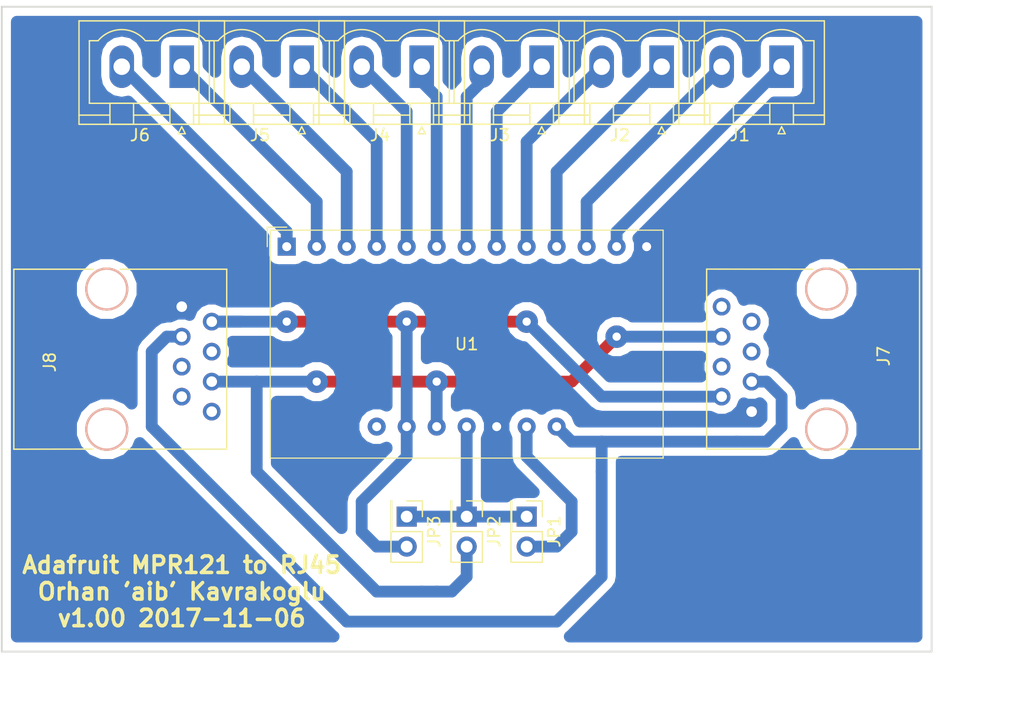
<source format=kicad_pcb>
(kicad_pcb (version 4) (host pcbnew 4.0.7-e2-6376~58~ubuntu17.04.1)

  (general
    (links 27)
    (no_connects 0)
    (area 54.534999 75.105 145.01 137.320001)
    (thickness 1.6)
    (drawings 7)
    (tracks 86)
    (zones 0)
    (modules 12)
    (nets 28)
  )

  (page A4)
  (layers
    (0 F.Cu signal)
    (31 B.Cu signal)
    (32 B.Adhes user)
    (33 F.Adhes user)
    (34 B.Paste user)
    (35 F.Paste user)
    (36 B.SilkS user)
    (37 F.SilkS user)
    (38 B.Mask user)
    (39 F.Mask user)
    (40 Dwgs.User user)
    (41 Cmts.User user)
    (42 Eco1.User user)
    (43 Eco2.User user)
    (44 Edge.Cuts user)
    (45 Margin user)
    (46 B.CrtYd user)
    (47 F.CrtYd user)
    (48 B.Fab user)
    (49 F.Fab user)
  )

  (setup
    (last_trace_width 1)
    (trace_clearance 0.6)
    (zone_clearance 0.7)
    (zone_45_only no)
    (trace_min 0.2)
    (segment_width 0.2)
    (edge_width 0.15)
    (via_size 1.9)
    (via_drill 0.7)
    (via_min_size 0.4)
    (via_min_drill 0.3)
    (uvia_size 0.3)
    (uvia_drill 0.1)
    (uvias_allowed no)
    (uvia_min_size 0.2)
    (uvia_min_drill 0.1)
    (pcb_text_width 0.3)
    (pcb_text_size 1.5 1.5)
    (mod_edge_width 0.15)
    (mod_text_size 1 1)
    (mod_text_width 0.15)
    (pad_size 1.524 1.524)
    (pad_drill 0.762)
    (pad_to_mask_clearance 0.2)
    (aux_axis_origin 0 0)
    (visible_elements FFFFFF7F)
    (pcbplotparams
      (layerselection 0x00030_80000001)
      (usegerberextensions false)
      (excludeedgelayer true)
      (linewidth 0.100000)
      (plotframeref false)
      (viasonmask false)
      (mode 1)
      (useauxorigin false)
      (hpglpennumber 1)
      (hpglpenspeed 20)
      (hpglpendiameter 15)
      (hpglpenoverlay 2)
      (psnegative false)
      (psa4output false)
      (plotreference true)
      (plotvalue true)
      (plotinvisibletext false)
      (padsonsilk false)
      (subtractmaskfromsilk false)
      (outputformat 1)
      (mirror false)
      (drillshape 1)
      (scaleselection 1)
      (outputdirectory ""))
  )

  (net 0 "")
  (net 1 "Net-(J1-Pad1)")
  (net 2 "Net-(J1-Pad2)")
  (net 3 "Net-(J2-Pad1)")
  (net 4 "Net-(J2-Pad2)")
  (net 5 "Net-(J3-Pad1)")
  (net 6 "Net-(J3-Pad2)")
  (net 7 "Net-(J4-Pad1)")
  (net 8 "Net-(J4-Pad2)")
  (net 9 "Net-(J5-Pad1)")
  (net 10 "Net-(J5-Pad2)")
  (net 11 "Net-(J6-Pad1)")
  (net 12 "Net-(J6-Pad2)")
  (net 13 GND)
  (net 14 /SCL)
  (net 15 +5V)
  (net 16 "Net-(J7-Pad4)")
  (net 17 "Net-(J7-Pad5)")
  (net 18 /SDA)
  (net 19 "Net-(J7-Pad7)")
  (net 20 "Net-(J7-Pad8)")
  (net 21 "Net-(J8-Pad4)")
  (net 22 "Net-(J8-Pad5)")
  (net 23 "Net-(J8-Pad7)")
  (net 24 "Net-(J8-Pad8)")
  (net 25 "Net-(JP1-Pad1)")
  (net 26 "Net-(JP1-Pad2)")
  (net 27 "Net-(U1-Pad1)")

  (net_class Default "This is the default net class."
    (clearance 0.6)
    (trace_width 1)
    (via_dia 1.9)
    (via_drill 0.7)
    (uvia_dia 0.3)
    (uvia_drill 0.1)
    (add_net +5V)
    (add_net /SCL)
    (add_net /SDA)
    (add_net GND)
    (add_net "Net-(J1-Pad1)")
    (add_net "Net-(J1-Pad2)")
    (add_net "Net-(J2-Pad1)")
    (add_net "Net-(J2-Pad2)")
    (add_net "Net-(J3-Pad1)")
    (add_net "Net-(J3-Pad2)")
    (add_net "Net-(J4-Pad1)")
    (add_net "Net-(J4-Pad2)")
    (add_net "Net-(J5-Pad1)")
    (add_net "Net-(J5-Pad2)")
    (add_net "Net-(J6-Pad1)")
    (add_net "Net-(J6-Pad2)")
    (add_net "Net-(J7-Pad4)")
    (add_net "Net-(J7-Pad5)")
    (add_net "Net-(J7-Pad7)")
    (add_net "Net-(J7-Pad8)")
    (add_net "Net-(J8-Pad4)")
    (add_net "Net-(J8-Pad5)")
    (add_net "Net-(J8-Pad7)")
    (add_net "Net-(J8-Pad8)")
    (add_net "Net-(JP1-Pad1)")
    (add_net "Net-(JP1-Pad2)")
    (add_net "Net-(U1-Pad1)")
  )

  (module Adafruit_MPR121:Adafruit_MPR121 (layer F.Cu) (tedit 59F99666) (tstamp 5A0068E7)
    (at 86.36 111.76)
    (path /59F97370)
    (fp_text reference U1 (at 7.62 -6.985) (layer F.SilkS)
      (effects (font (size 1 1) (thickness 0.15)))
    )
    (fp_text value Adafruit_MPR121 (at 7.62 3.564) (layer F.Fab)
      (effects (font (size 1 1) (thickness 0.15)))
    )
    (fp_line (start -7.62 -16.891) (end -9.271 -16.891) (layer F.SilkS) (width 0.1))
    (fp_line (start -9.271 -16.891) (end -9.271 -15.24) (layer F.SilkS) (width 0.1))
    (fp_line (start -9.017 -16.637) (end 24.257 -16.637) (layer F.SilkS) (width 0.1))
    (fp_line (start 24.257 -16.637) (end 24.257 2.667) (layer F.SilkS) (width 0.1))
    (fp_line (start 24.257 2.667) (end -9.017 2.667) (layer F.SilkS) (width 0.1))
    (fp_line (start -9.017 2.667) (end -9.017 -16.637) (layer F.SilkS) (width 0.1))
    (fp_line (start -9.144 2.794) (end -9.144 -16.764) (layer F.CrtYd) (width 0.1))
    (fp_line (start -9.144 -16.764) (end 24.384 -16.764) (layer F.CrtYd) (width 0.1))
    (fp_line (start 24.384 -16.764) (end 24.384 2.794) (layer F.CrtYd) (width 0.1))
    (fp_line (start 24.384 2.794) (end -9.144 2.794) (layer F.CrtYd) (width 0.1))
    (fp_line (start -8.89 2.54) (end -8.89 -16.51) (layer F.Fab) (width 0.15))
    (fp_line (start -8.89 -16.51) (end 24.13 -16.51) (layer F.Fab) (width 0.15))
    (fp_line (start 24.13 -16.51) (end 24.13 2.54) (layer F.Fab) (width 0.15))
    (fp_line (start 24.13 2.54) (end -8.89 2.54) (layer F.Fab) (width 0.15))
    (pad 1 thru_hole circle (at 0 0) (size 1.524 1.524) (drill 0.762) (layers *.Cu *.Mask)
      (net 27 "Net-(U1-Pad1)"))
    (pad 2 thru_hole circle (at 2.54 0) (size 1.524 1.524) (drill 0.762) (layers *.Cu *.Mask)
      (net 14 /SCL))
    (pad 3 thru_hole circle (at 5.08 0) (size 1.524 1.524) (drill 0.762) (layers *.Cu *.Mask)
      (net 18 /SDA))
    (pad 4 thru_hole circle (at 7.62 0) (size 1.524 1.524) (drill 0.762) (layers *.Cu *.Mask)
      (net 25 "Net-(JP1-Pad1)"))
    (pad 5 thru_hole circle (at 10.16 0) (size 1.524 1.524) (drill 0.762) (layers *.Cu *.Mask)
      (net 13 GND))
    (pad 6 thru_hole circle (at 12.7 0) (size 1.524 1.524) (drill 0.762) (layers *.Cu *.Mask)
      (net 26 "Net-(JP1-Pad2)"))
    (pad 7 thru_hole circle (at 15.24 0) (size 1.524 1.524) (drill 0.762) (layers *.Cu *.Mask)
      (net 15 +5V))
    (pad 8 thru_hole circle (at 22.86 -15.24) (size 1.524 1.524) (drill 0.762) (layers *.Cu *.Mask)
      (net 13 GND))
    (pad 9 thru_hole circle (at 20.32 -15.24) (size 1.524 1.524) (drill 0.762) (layers *.Cu *.Mask)
      (net 1 "Net-(J1-Pad1)"))
    (pad 10 thru_hole circle (at 17.78 -15.24) (size 1.524 1.524) (drill 0.762) (layers *.Cu *.Mask)
      (net 2 "Net-(J1-Pad2)"))
    (pad 11 thru_hole circle (at 15.24 -15.24) (size 1.524 1.524) (drill 0.762) (layers *.Cu *.Mask)
      (net 3 "Net-(J2-Pad1)"))
    (pad 12 thru_hole circle (at 12.7 -15.24) (size 1.524 1.524) (drill 0.762) (layers *.Cu *.Mask)
      (net 4 "Net-(J2-Pad2)"))
    (pad 13 thru_hole circle (at 10.16 -15.24) (size 1.524 1.524) (drill 0.762) (layers *.Cu *.Mask)
      (net 5 "Net-(J3-Pad1)"))
    (pad 14 thru_hole circle (at 7.62 -15.24) (size 1.524 1.524) (drill 0.762) (layers *.Cu *.Mask)
      (net 6 "Net-(J3-Pad2)"))
    (pad 15 thru_hole circle (at 5.08 -15.24) (size 1.524 1.524) (drill 0.762) (layers *.Cu *.Mask)
      (net 7 "Net-(J4-Pad1)"))
    (pad 16 thru_hole circle (at 2.54 -15.24) (size 1.524 1.524) (drill 0.762) (layers *.Cu *.Mask)
      (net 8 "Net-(J4-Pad2)"))
    (pad 17 thru_hole circle (at 0 -15.24) (size 1.524 1.524) (drill 0.762) (layers *.Cu *.Mask)
      (net 9 "Net-(J5-Pad1)"))
    (pad 18 thru_hole circle (at -2.54 -15.24) (size 1.524 1.524) (drill 0.762) (layers *.Cu *.Mask)
      (net 10 "Net-(J5-Pad2)"))
    (pad 19 thru_hole circle (at -5.08 -15.24) (size 1.524 1.524) (drill 0.762) (layers *.Cu *.Mask)
      (net 11 "Net-(J6-Pad1)"))
    (pad 20 thru_hole rect (at -7.62 -15.24) (size 1.524 1.524) (drill 0.762) (layers *.Cu *.Mask)
      (net 12 "Net-(J6-Pad2)"))
  )

  (module Connectors_Phoenix:PhoenixContact_MSTBVA-G_02x5.08mm_Vertical (layer F.Cu) (tedit 59566E5C) (tstamp 5A006875)
    (at 120.65 81.28 180)
    (descr "Generic Phoenix Contact connector footprint for series: MSTBVA-G; number of pins: 02; pin pitch: 5.08mm; Vertical || order number: 1755736 12A || order number: 1924305 16A (HC)")
    (tags "phoenix_contact connector MSTBVA_01x02_G_5.08mm")
    (path /59F9757D)
    (fp_text reference J1 (at 3.54 -5.8 180) (layer F.SilkS)
      (effects (font (size 1 1) (thickness 0.15)))
    )
    (fp_text value Conn_01x02 (at 2.54 4.8 180) (layer F.Fab)
      (effects (font (size 1 1) (thickness 0.15)))
    )
    (fp_arc (start 0 0.55) (end -2 2.2) (angle -100.5) (layer F.SilkS) (width 0.12))
    (fp_arc (start 5.08 0.55) (end 3.08 2.2) (angle -100.5) (layer F.SilkS) (width 0.12))
    (fp_line (start -3.62 -4.88) (end -3.62 3.88) (layer F.SilkS) (width 0.12))
    (fp_line (start -3.62 3.88) (end 8.7 3.88) (layer F.SilkS) (width 0.12))
    (fp_line (start 8.7 3.88) (end 8.7 -4.88) (layer F.SilkS) (width 0.12))
    (fp_line (start 8.7 -4.88) (end -3.62 -4.88) (layer F.SilkS) (width 0.12))
    (fp_line (start -3.54 -4.8) (end -3.54 3.8) (layer F.Fab) (width 0.1))
    (fp_line (start -3.54 3.8) (end 8.62 3.8) (layer F.Fab) (width 0.1))
    (fp_line (start 8.62 3.8) (end 8.62 -4.8) (layer F.Fab) (width 0.1))
    (fp_line (start 8.62 -4.8) (end -3.54 -4.8) (layer F.Fab) (width 0.1))
    (fp_line (start -3.62 -4.1) (end -1.08 -4.1) (layer F.SilkS) (width 0.12))
    (fp_line (start 8.7 -4.1) (end 6.16 -4.1) (layer F.SilkS) (width 0.12))
    (fp_line (start 1 -4.1) (end 4.08 -4.1) (layer F.SilkS) (width 0.12))
    (fp_line (start -1 -3.1) (end -1 -4.88) (layer F.SilkS) (width 0.12))
    (fp_line (start -1 -4.88) (end 1 -4.88) (layer F.SilkS) (width 0.12))
    (fp_line (start 1 -4.88) (end 1 -3.1) (layer F.SilkS) (width 0.12))
    (fp_line (start 1 -3.1) (end -1 -3.1) (layer F.SilkS) (width 0.12))
    (fp_line (start 4.08 -3.1) (end 4.08 -4.88) (layer F.SilkS) (width 0.12))
    (fp_line (start 4.08 -4.88) (end 6.08 -4.88) (layer F.SilkS) (width 0.12))
    (fp_line (start 6.08 -4.88) (end 6.08 -3.1) (layer F.SilkS) (width 0.12))
    (fp_line (start 6.08 -3.1) (end 4.08 -3.1) (layer F.SilkS) (width 0.12))
    (fp_line (start 2 2.2) (end 3.08 2.2) (layer F.SilkS) (width 0.12))
    (fp_line (start -2 2.2) (end -2.74 2.2) (layer F.SilkS) (width 0.12))
    (fp_line (start -2.74 2.2) (end -2.74 -3.1) (layer F.SilkS) (width 0.12))
    (fp_line (start -2.74 -3.1) (end 7.82 -3.1) (layer F.SilkS) (width 0.12))
    (fp_line (start 7.82 -3.1) (end 7.82 2.2) (layer F.SilkS) (width 0.12))
    (fp_line (start 7.82 2.2) (end 7.08 2.2) (layer F.SilkS) (width 0.12))
    (fp_line (start -4.04 -5.3) (end -4.04 4.3) (layer F.CrtYd) (width 0.05))
    (fp_line (start -4.04 4.3) (end 9.12 4.3) (layer F.CrtYd) (width 0.05))
    (fp_line (start 9.12 4.3) (end 9.12 -5.3) (layer F.CrtYd) (width 0.05))
    (fp_line (start 9.12 -5.3) (end -4.04 -5.3) (layer F.CrtYd) (width 0.05))
    (fp_line (start 0.3 -5.68) (end 0 -5.08) (layer F.SilkS) (width 0.12))
    (fp_line (start 0 -5.08) (end -0.3 -5.68) (layer F.SilkS) (width 0.12))
    (fp_line (start -0.3 -5.68) (end 0.3 -5.68) (layer F.SilkS) (width 0.12))
    (fp_line (start 0.5 -3.55) (end 0 -2.55) (layer F.Fab) (width 0.1))
    (fp_line (start 0 -2.55) (end -0.5 -3.55) (layer F.Fab) (width 0.1))
    (fp_line (start -0.5 -3.55) (end 0.5 -3.55) (layer F.Fab) (width 0.1))
    (fp_text user %R (at 3.54 -3 180) (layer F.Fab)
      (effects (font (size 1 1) (thickness 0.15)))
    )
    (pad 1 thru_hole rect (at 0 0 180) (size 2.08 3.6) (drill 1.4) (layers *.Cu *.Mask)
      (net 1 "Net-(J1-Pad1)"))
    (pad 2 thru_hole oval (at 5.08 0 180) (size 2.08 3.6) (drill 1.4) (layers *.Cu *.Mask)
      (net 2 "Net-(J1-Pad2)"))
    (model ${KISYS3DMOD}/Connectors_Phoenix.3dshapes/PhoenixContact_MSTBVA-G_02x5.08mm_Vertical.wrl
      (at (xyz 0 0 0))
      (scale (xyz 1 1 1))
      (rotate (xyz 0 0 0))
    )
  )

  (module Connectors_Phoenix:PhoenixContact_MSTBVA-G_02x5.08mm_Vertical (layer F.Cu) (tedit 59566E5C) (tstamp 5A00687B)
    (at 110.49 81.28 180)
    (descr "Generic Phoenix Contact connector footprint for series: MSTBVA-G; number of pins: 02; pin pitch: 5.08mm; Vertical || order number: 1755736 12A || order number: 1924305 16A (HC)")
    (tags "phoenix_contact connector MSTBVA_01x02_G_5.08mm")
    (path /59F979A7)
    (fp_text reference J2 (at 3.54 -5.8 180) (layer F.SilkS)
      (effects (font (size 1 1) (thickness 0.15)))
    )
    (fp_text value Conn_01x02 (at 2.54 4.8 180) (layer F.Fab)
      (effects (font (size 1 1) (thickness 0.15)))
    )
    (fp_arc (start 0 0.55) (end -2 2.2) (angle -100.5) (layer F.SilkS) (width 0.12))
    (fp_arc (start 5.08 0.55) (end 3.08 2.2) (angle -100.5) (layer F.SilkS) (width 0.12))
    (fp_line (start -3.62 -4.88) (end -3.62 3.88) (layer F.SilkS) (width 0.12))
    (fp_line (start -3.62 3.88) (end 8.7 3.88) (layer F.SilkS) (width 0.12))
    (fp_line (start 8.7 3.88) (end 8.7 -4.88) (layer F.SilkS) (width 0.12))
    (fp_line (start 8.7 -4.88) (end -3.62 -4.88) (layer F.SilkS) (width 0.12))
    (fp_line (start -3.54 -4.8) (end -3.54 3.8) (layer F.Fab) (width 0.1))
    (fp_line (start -3.54 3.8) (end 8.62 3.8) (layer F.Fab) (width 0.1))
    (fp_line (start 8.62 3.8) (end 8.62 -4.8) (layer F.Fab) (width 0.1))
    (fp_line (start 8.62 -4.8) (end -3.54 -4.8) (layer F.Fab) (width 0.1))
    (fp_line (start -3.62 -4.1) (end -1.08 -4.1) (layer F.SilkS) (width 0.12))
    (fp_line (start 8.7 -4.1) (end 6.16 -4.1) (layer F.SilkS) (width 0.12))
    (fp_line (start 1 -4.1) (end 4.08 -4.1) (layer F.SilkS) (width 0.12))
    (fp_line (start -1 -3.1) (end -1 -4.88) (layer F.SilkS) (width 0.12))
    (fp_line (start -1 -4.88) (end 1 -4.88) (layer F.SilkS) (width 0.12))
    (fp_line (start 1 -4.88) (end 1 -3.1) (layer F.SilkS) (width 0.12))
    (fp_line (start 1 -3.1) (end -1 -3.1) (layer F.SilkS) (width 0.12))
    (fp_line (start 4.08 -3.1) (end 4.08 -4.88) (layer F.SilkS) (width 0.12))
    (fp_line (start 4.08 -4.88) (end 6.08 -4.88) (layer F.SilkS) (width 0.12))
    (fp_line (start 6.08 -4.88) (end 6.08 -3.1) (layer F.SilkS) (width 0.12))
    (fp_line (start 6.08 -3.1) (end 4.08 -3.1) (layer F.SilkS) (width 0.12))
    (fp_line (start 2 2.2) (end 3.08 2.2) (layer F.SilkS) (width 0.12))
    (fp_line (start -2 2.2) (end -2.74 2.2) (layer F.SilkS) (width 0.12))
    (fp_line (start -2.74 2.2) (end -2.74 -3.1) (layer F.SilkS) (width 0.12))
    (fp_line (start -2.74 -3.1) (end 7.82 -3.1) (layer F.SilkS) (width 0.12))
    (fp_line (start 7.82 -3.1) (end 7.82 2.2) (layer F.SilkS) (width 0.12))
    (fp_line (start 7.82 2.2) (end 7.08 2.2) (layer F.SilkS) (width 0.12))
    (fp_line (start -4.04 -5.3) (end -4.04 4.3) (layer F.CrtYd) (width 0.05))
    (fp_line (start -4.04 4.3) (end 9.12 4.3) (layer F.CrtYd) (width 0.05))
    (fp_line (start 9.12 4.3) (end 9.12 -5.3) (layer F.CrtYd) (width 0.05))
    (fp_line (start 9.12 -5.3) (end -4.04 -5.3) (layer F.CrtYd) (width 0.05))
    (fp_line (start 0.3 -5.68) (end 0 -5.08) (layer F.SilkS) (width 0.12))
    (fp_line (start 0 -5.08) (end -0.3 -5.68) (layer F.SilkS) (width 0.12))
    (fp_line (start -0.3 -5.68) (end 0.3 -5.68) (layer F.SilkS) (width 0.12))
    (fp_line (start 0.5 -3.55) (end 0 -2.55) (layer F.Fab) (width 0.1))
    (fp_line (start 0 -2.55) (end -0.5 -3.55) (layer F.Fab) (width 0.1))
    (fp_line (start -0.5 -3.55) (end 0.5 -3.55) (layer F.Fab) (width 0.1))
    (fp_text user %R (at 3.54 -3 180) (layer F.Fab)
      (effects (font (size 1 1) (thickness 0.15)))
    )
    (pad 1 thru_hole rect (at 0 0 180) (size 2.08 3.6) (drill 1.4) (layers *.Cu *.Mask)
      (net 3 "Net-(J2-Pad1)"))
    (pad 2 thru_hole oval (at 5.08 0 180) (size 2.08 3.6) (drill 1.4) (layers *.Cu *.Mask)
      (net 4 "Net-(J2-Pad2)"))
    (model ${KISYS3DMOD}/Connectors_Phoenix.3dshapes/PhoenixContact_MSTBVA-G_02x5.08mm_Vertical.wrl
      (at (xyz 0 0 0))
      (scale (xyz 1 1 1))
      (rotate (xyz 0 0 0))
    )
  )

  (module Connectors_Phoenix:PhoenixContact_MSTBVA-G_02x5.08mm_Vertical (layer F.Cu) (tedit 59566E5C) (tstamp 5A006881)
    (at 100.33 81.28 180)
    (descr "Generic Phoenix Contact connector footprint for series: MSTBVA-G; number of pins: 02; pin pitch: 5.08mm; Vertical || order number: 1755736 12A || order number: 1924305 16A (HC)")
    (tags "phoenix_contact connector MSTBVA_01x02_G_5.08mm")
    (path /59F979F9)
    (fp_text reference J3 (at 3.54 -5.8 180) (layer F.SilkS)
      (effects (font (size 1 1) (thickness 0.15)))
    )
    (fp_text value Conn_01x02 (at 2.54 4.8 180) (layer F.Fab)
      (effects (font (size 1 1) (thickness 0.15)))
    )
    (fp_arc (start 0 0.55) (end -2 2.2) (angle -100.5) (layer F.SilkS) (width 0.12))
    (fp_arc (start 5.08 0.55) (end 3.08 2.2) (angle -100.5) (layer F.SilkS) (width 0.12))
    (fp_line (start -3.62 -4.88) (end -3.62 3.88) (layer F.SilkS) (width 0.12))
    (fp_line (start -3.62 3.88) (end 8.7 3.88) (layer F.SilkS) (width 0.12))
    (fp_line (start 8.7 3.88) (end 8.7 -4.88) (layer F.SilkS) (width 0.12))
    (fp_line (start 8.7 -4.88) (end -3.62 -4.88) (layer F.SilkS) (width 0.12))
    (fp_line (start -3.54 -4.8) (end -3.54 3.8) (layer F.Fab) (width 0.1))
    (fp_line (start -3.54 3.8) (end 8.62 3.8) (layer F.Fab) (width 0.1))
    (fp_line (start 8.62 3.8) (end 8.62 -4.8) (layer F.Fab) (width 0.1))
    (fp_line (start 8.62 -4.8) (end -3.54 -4.8) (layer F.Fab) (width 0.1))
    (fp_line (start -3.62 -4.1) (end -1.08 -4.1) (layer F.SilkS) (width 0.12))
    (fp_line (start 8.7 -4.1) (end 6.16 -4.1) (layer F.SilkS) (width 0.12))
    (fp_line (start 1 -4.1) (end 4.08 -4.1) (layer F.SilkS) (width 0.12))
    (fp_line (start -1 -3.1) (end -1 -4.88) (layer F.SilkS) (width 0.12))
    (fp_line (start -1 -4.88) (end 1 -4.88) (layer F.SilkS) (width 0.12))
    (fp_line (start 1 -4.88) (end 1 -3.1) (layer F.SilkS) (width 0.12))
    (fp_line (start 1 -3.1) (end -1 -3.1) (layer F.SilkS) (width 0.12))
    (fp_line (start 4.08 -3.1) (end 4.08 -4.88) (layer F.SilkS) (width 0.12))
    (fp_line (start 4.08 -4.88) (end 6.08 -4.88) (layer F.SilkS) (width 0.12))
    (fp_line (start 6.08 -4.88) (end 6.08 -3.1) (layer F.SilkS) (width 0.12))
    (fp_line (start 6.08 -3.1) (end 4.08 -3.1) (layer F.SilkS) (width 0.12))
    (fp_line (start 2 2.2) (end 3.08 2.2) (layer F.SilkS) (width 0.12))
    (fp_line (start -2 2.2) (end -2.74 2.2) (layer F.SilkS) (width 0.12))
    (fp_line (start -2.74 2.2) (end -2.74 -3.1) (layer F.SilkS) (width 0.12))
    (fp_line (start -2.74 -3.1) (end 7.82 -3.1) (layer F.SilkS) (width 0.12))
    (fp_line (start 7.82 -3.1) (end 7.82 2.2) (layer F.SilkS) (width 0.12))
    (fp_line (start 7.82 2.2) (end 7.08 2.2) (layer F.SilkS) (width 0.12))
    (fp_line (start -4.04 -5.3) (end -4.04 4.3) (layer F.CrtYd) (width 0.05))
    (fp_line (start -4.04 4.3) (end 9.12 4.3) (layer F.CrtYd) (width 0.05))
    (fp_line (start 9.12 4.3) (end 9.12 -5.3) (layer F.CrtYd) (width 0.05))
    (fp_line (start 9.12 -5.3) (end -4.04 -5.3) (layer F.CrtYd) (width 0.05))
    (fp_line (start 0.3 -5.68) (end 0 -5.08) (layer F.SilkS) (width 0.12))
    (fp_line (start 0 -5.08) (end -0.3 -5.68) (layer F.SilkS) (width 0.12))
    (fp_line (start -0.3 -5.68) (end 0.3 -5.68) (layer F.SilkS) (width 0.12))
    (fp_line (start 0.5 -3.55) (end 0 -2.55) (layer F.Fab) (width 0.1))
    (fp_line (start 0 -2.55) (end -0.5 -3.55) (layer F.Fab) (width 0.1))
    (fp_line (start -0.5 -3.55) (end 0.5 -3.55) (layer F.Fab) (width 0.1))
    (fp_text user %R (at 3.54 -3 180) (layer F.Fab)
      (effects (font (size 1 1) (thickness 0.15)))
    )
    (pad 1 thru_hole rect (at 0 0 180) (size 2.08 3.6) (drill 1.4) (layers *.Cu *.Mask)
      (net 5 "Net-(J3-Pad1)"))
    (pad 2 thru_hole oval (at 5.08 0 180) (size 2.08 3.6) (drill 1.4) (layers *.Cu *.Mask)
      (net 6 "Net-(J3-Pad2)"))
    (model ${KISYS3DMOD}/Connectors_Phoenix.3dshapes/PhoenixContact_MSTBVA-G_02x5.08mm_Vertical.wrl
      (at (xyz 0 0 0))
      (scale (xyz 1 1 1))
      (rotate (xyz 0 0 0))
    )
  )

  (module Connectors_Phoenix:PhoenixContact_MSTBVA-G_02x5.08mm_Vertical (layer F.Cu) (tedit 59566E5C) (tstamp 5A006887)
    (at 90.17 81.28 180)
    (descr "Generic Phoenix Contact connector footprint for series: MSTBVA-G; number of pins: 02; pin pitch: 5.08mm; Vertical || order number: 1755736 12A || order number: 1924305 16A (HC)")
    (tags "phoenix_contact connector MSTBVA_01x02_G_5.08mm")
    (path /59F97A3A)
    (fp_text reference J4 (at 3.54 -5.8 180) (layer F.SilkS)
      (effects (font (size 1 1) (thickness 0.15)))
    )
    (fp_text value Conn_01x02 (at 2.54 4.8 180) (layer F.Fab)
      (effects (font (size 1 1) (thickness 0.15)))
    )
    (fp_arc (start 0 0.55) (end -2 2.2) (angle -100.5) (layer F.SilkS) (width 0.12))
    (fp_arc (start 5.08 0.55) (end 3.08 2.2) (angle -100.5) (layer F.SilkS) (width 0.12))
    (fp_line (start -3.62 -4.88) (end -3.62 3.88) (layer F.SilkS) (width 0.12))
    (fp_line (start -3.62 3.88) (end 8.7 3.88) (layer F.SilkS) (width 0.12))
    (fp_line (start 8.7 3.88) (end 8.7 -4.88) (layer F.SilkS) (width 0.12))
    (fp_line (start 8.7 -4.88) (end -3.62 -4.88) (layer F.SilkS) (width 0.12))
    (fp_line (start -3.54 -4.8) (end -3.54 3.8) (layer F.Fab) (width 0.1))
    (fp_line (start -3.54 3.8) (end 8.62 3.8) (layer F.Fab) (width 0.1))
    (fp_line (start 8.62 3.8) (end 8.62 -4.8) (layer F.Fab) (width 0.1))
    (fp_line (start 8.62 -4.8) (end -3.54 -4.8) (layer F.Fab) (width 0.1))
    (fp_line (start -3.62 -4.1) (end -1.08 -4.1) (layer F.SilkS) (width 0.12))
    (fp_line (start 8.7 -4.1) (end 6.16 -4.1) (layer F.SilkS) (width 0.12))
    (fp_line (start 1 -4.1) (end 4.08 -4.1) (layer F.SilkS) (width 0.12))
    (fp_line (start -1 -3.1) (end -1 -4.88) (layer F.SilkS) (width 0.12))
    (fp_line (start -1 -4.88) (end 1 -4.88) (layer F.SilkS) (width 0.12))
    (fp_line (start 1 -4.88) (end 1 -3.1) (layer F.SilkS) (width 0.12))
    (fp_line (start 1 -3.1) (end -1 -3.1) (layer F.SilkS) (width 0.12))
    (fp_line (start 4.08 -3.1) (end 4.08 -4.88) (layer F.SilkS) (width 0.12))
    (fp_line (start 4.08 -4.88) (end 6.08 -4.88) (layer F.SilkS) (width 0.12))
    (fp_line (start 6.08 -4.88) (end 6.08 -3.1) (layer F.SilkS) (width 0.12))
    (fp_line (start 6.08 -3.1) (end 4.08 -3.1) (layer F.SilkS) (width 0.12))
    (fp_line (start 2 2.2) (end 3.08 2.2) (layer F.SilkS) (width 0.12))
    (fp_line (start -2 2.2) (end -2.74 2.2) (layer F.SilkS) (width 0.12))
    (fp_line (start -2.74 2.2) (end -2.74 -3.1) (layer F.SilkS) (width 0.12))
    (fp_line (start -2.74 -3.1) (end 7.82 -3.1) (layer F.SilkS) (width 0.12))
    (fp_line (start 7.82 -3.1) (end 7.82 2.2) (layer F.SilkS) (width 0.12))
    (fp_line (start 7.82 2.2) (end 7.08 2.2) (layer F.SilkS) (width 0.12))
    (fp_line (start -4.04 -5.3) (end -4.04 4.3) (layer F.CrtYd) (width 0.05))
    (fp_line (start -4.04 4.3) (end 9.12 4.3) (layer F.CrtYd) (width 0.05))
    (fp_line (start 9.12 4.3) (end 9.12 -5.3) (layer F.CrtYd) (width 0.05))
    (fp_line (start 9.12 -5.3) (end -4.04 -5.3) (layer F.CrtYd) (width 0.05))
    (fp_line (start 0.3 -5.68) (end 0 -5.08) (layer F.SilkS) (width 0.12))
    (fp_line (start 0 -5.08) (end -0.3 -5.68) (layer F.SilkS) (width 0.12))
    (fp_line (start -0.3 -5.68) (end 0.3 -5.68) (layer F.SilkS) (width 0.12))
    (fp_line (start 0.5 -3.55) (end 0 -2.55) (layer F.Fab) (width 0.1))
    (fp_line (start 0 -2.55) (end -0.5 -3.55) (layer F.Fab) (width 0.1))
    (fp_line (start -0.5 -3.55) (end 0.5 -3.55) (layer F.Fab) (width 0.1))
    (fp_text user %R (at 3.54 -3 180) (layer F.Fab)
      (effects (font (size 1 1) (thickness 0.15)))
    )
    (pad 1 thru_hole rect (at 0 0 180) (size 2.08 3.6) (drill 1.4) (layers *.Cu *.Mask)
      (net 7 "Net-(J4-Pad1)"))
    (pad 2 thru_hole oval (at 5.08 0 180) (size 2.08 3.6) (drill 1.4) (layers *.Cu *.Mask)
      (net 8 "Net-(J4-Pad2)"))
    (model ${KISYS3DMOD}/Connectors_Phoenix.3dshapes/PhoenixContact_MSTBVA-G_02x5.08mm_Vertical.wrl
      (at (xyz 0 0 0))
      (scale (xyz 1 1 1))
      (rotate (xyz 0 0 0))
    )
  )

  (module Connectors_Phoenix:PhoenixContact_MSTBVA-G_02x5.08mm_Vertical (layer F.Cu) (tedit 59566E5C) (tstamp 5A00688D)
    (at 80.01 81.28 180)
    (descr "Generic Phoenix Contact connector footprint for series: MSTBVA-G; number of pins: 02; pin pitch: 5.08mm; Vertical || order number: 1755736 12A || order number: 1924305 16A (HC)")
    (tags "phoenix_contact connector MSTBVA_01x02_G_5.08mm")
    (path /59F97A87)
    (fp_text reference J5 (at 3.54 -5.8 180) (layer F.SilkS)
      (effects (font (size 1 1) (thickness 0.15)))
    )
    (fp_text value Conn_01x02 (at 2.54 4.8 180) (layer F.Fab)
      (effects (font (size 1 1) (thickness 0.15)))
    )
    (fp_arc (start 0 0.55) (end -2 2.2) (angle -100.5) (layer F.SilkS) (width 0.12))
    (fp_arc (start 5.08 0.55) (end 3.08 2.2) (angle -100.5) (layer F.SilkS) (width 0.12))
    (fp_line (start -3.62 -4.88) (end -3.62 3.88) (layer F.SilkS) (width 0.12))
    (fp_line (start -3.62 3.88) (end 8.7 3.88) (layer F.SilkS) (width 0.12))
    (fp_line (start 8.7 3.88) (end 8.7 -4.88) (layer F.SilkS) (width 0.12))
    (fp_line (start 8.7 -4.88) (end -3.62 -4.88) (layer F.SilkS) (width 0.12))
    (fp_line (start -3.54 -4.8) (end -3.54 3.8) (layer F.Fab) (width 0.1))
    (fp_line (start -3.54 3.8) (end 8.62 3.8) (layer F.Fab) (width 0.1))
    (fp_line (start 8.62 3.8) (end 8.62 -4.8) (layer F.Fab) (width 0.1))
    (fp_line (start 8.62 -4.8) (end -3.54 -4.8) (layer F.Fab) (width 0.1))
    (fp_line (start -3.62 -4.1) (end -1.08 -4.1) (layer F.SilkS) (width 0.12))
    (fp_line (start 8.7 -4.1) (end 6.16 -4.1) (layer F.SilkS) (width 0.12))
    (fp_line (start 1 -4.1) (end 4.08 -4.1) (layer F.SilkS) (width 0.12))
    (fp_line (start -1 -3.1) (end -1 -4.88) (layer F.SilkS) (width 0.12))
    (fp_line (start -1 -4.88) (end 1 -4.88) (layer F.SilkS) (width 0.12))
    (fp_line (start 1 -4.88) (end 1 -3.1) (layer F.SilkS) (width 0.12))
    (fp_line (start 1 -3.1) (end -1 -3.1) (layer F.SilkS) (width 0.12))
    (fp_line (start 4.08 -3.1) (end 4.08 -4.88) (layer F.SilkS) (width 0.12))
    (fp_line (start 4.08 -4.88) (end 6.08 -4.88) (layer F.SilkS) (width 0.12))
    (fp_line (start 6.08 -4.88) (end 6.08 -3.1) (layer F.SilkS) (width 0.12))
    (fp_line (start 6.08 -3.1) (end 4.08 -3.1) (layer F.SilkS) (width 0.12))
    (fp_line (start 2 2.2) (end 3.08 2.2) (layer F.SilkS) (width 0.12))
    (fp_line (start -2 2.2) (end -2.74 2.2) (layer F.SilkS) (width 0.12))
    (fp_line (start -2.74 2.2) (end -2.74 -3.1) (layer F.SilkS) (width 0.12))
    (fp_line (start -2.74 -3.1) (end 7.82 -3.1) (layer F.SilkS) (width 0.12))
    (fp_line (start 7.82 -3.1) (end 7.82 2.2) (layer F.SilkS) (width 0.12))
    (fp_line (start 7.82 2.2) (end 7.08 2.2) (layer F.SilkS) (width 0.12))
    (fp_line (start -4.04 -5.3) (end -4.04 4.3) (layer F.CrtYd) (width 0.05))
    (fp_line (start -4.04 4.3) (end 9.12 4.3) (layer F.CrtYd) (width 0.05))
    (fp_line (start 9.12 4.3) (end 9.12 -5.3) (layer F.CrtYd) (width 0.05))
    (fp_line (start 9.12 -5.3) (end -4.04 -5.3) (layer F.CrtYd) (width 0.05))
    (fp_line (start 0.3 -5.68) (end 0 -5.08) (layer F.SilkS) (width 0.12))
    (fp_line (start 0 -5.08) (end -0.3 -5.68) (layer F.SilkS) (width 0.12))
    (fp_line (start -0.3 -5.68) (end 0.3 -5.68) (layer F.SilkS) (width 0.12))
    (fp_line (start 0.5 -3.55) (end 0 -2.55) (layer F.Fab) (width 0.1))
    (fp_line (start 0 -2.55) (end -0.5 -3.55) (layer F.Fab) (width 0.1))
    (fp_line (start -0.5 -3.55) (end 0.5 -3.55) (layer F.Fab) (width 0.1))
    (fp_text user %R (at 3.54 -3 180) (layer F.Fab)
      (effects (font (size 1 1) (thickness 0.15)))
    )
    (pad 1 thru_hole rect (at 0 0 180) (size 2.08 3.6) (drill 1.4) (layers *.Cu *.Mask)
      (net 9 "Net-(J5-Pad1)"))
    (pad 2 thru_hole oval (at 5.08 0 180) (size 2.08 3.6) (drill 1.4) (layers *.Cu *.Mask)
      (net 10 "Net-(J5-Pad2)"))
    (model ${KISYS3DMOD}/Connectors_Phoenix.3dshapes/PhoenixContact_MSTBVA-G_02x5.08mm_Vertical.wrl
      (at (xyz 0 0 0))
      (scale (xyz 1 1 1))
      (rotate (xyz 0 0 0))
    )
  )

  (module Connectors_Phoenix:PhoenixContact_MSTBVA-G_02x5.08mm_Vertical (layer F.Cu) (tedit 59566E5C) (tstamp 5A006893)
    (at 69.85 81.28 180)
    (descr "Generic Phoenix Contact connector footprint for series: MSTBVA-G; number of pins: 02; pin pitch: 5.08mm; Vertical || order number: 1755736 12A || order number: 1924305 16A (HC)")
    (tags "phoenix_contact connector MSTBVA_01x02_G_5.08mm")
    (path /59F97ABE)
    (fp_text reference J6 (at 3.54 -5.8 180) (layer F.SilkS)
      (effects (font (size 1 1) (thickness 0.15)))
    )
    (fp_text value Conn_01x02 (at 2.54 4.8 180) (layer F.Fab)
      (effects (font (size 1 1) (thickness 0.15)))
    )
    (fp_arc (start 0 0.55) (end -2 2.2) (angle -100.5) (layer F.SilkS) (width 0.12))
    (fp_arc (start 5.08 0.55) (end 3.08 2.2) (angle -100.5) (layer F.SilkS) (width 0.12))
    (fp_line (start -3.62 -4.88) (end -3.62 3.88) (layer F.SilkS) (width 0.12))
    (fp_line (start -3.62 3.88) (end 8.7 3.88) (layer F.SilkS) (width 0.12))
    (fp_line (start 8.7 3.88) (end 8.7 -4.88) (layer F.SilkS) (width 0.12))
    (fp_line (start 8.7 -4.88) (end -3.62 -4.88) (layer F.SilkS) (width 0.12))
    (fp_line (start -3.54 -4.8) (end -3.54 3.8) (layer F.Fab) (width 0.1))
    (fp_line (start -3.54 3.8) (end 8.62 3.8) (layer F.Fab) (width 0.1))
    (fp_line (start 8.62 3.8) (end 8.62 -4.8) (layer F.Fab) (width 0.1))
    (fp_line (start 8.62 -4.8) (end -3.54 -4.8) (layer F.Fab) (width 0.1))
    (fp_line (start -3.62 -4.1) (end -1.08 -4.1) (layer F.SilkS) (width 0.12))
    (fp_line (start 8.7 -4.1) (end 6.16 -4.1) (layer F.SilkS) (width 0.12))
    (fp_line (start 1 -4.1) (end 4.08 -4.1) (layer F.SilkS) (width 0.12))
    (fp_line (start -1 -3.1) (end -1 -4.88) (layer F.SilkS) (width 0.12))
    (fp_line (start -1 -4.88) (end 1 -4.88) (layer F.SilkS) (width 0.12))
    (fp_line (start 1 -4.88) (end 1 -3.1) (layer F.SilkS) (width 0.12))
    (fp_line (start 1 -3.1) (end -1 -3.1) (layer F.SilkS) (width 0.12))
    (fp_line (start 4.08 -3.1) (end 4.08 -4.88) (layer F.SilkS) (width 0.12))
    (fp_line (start 4.08 -4.88) (end 6.08 -4.88) (layer F.SilkS) (width 0.12))
    (fp_line (start 6.08 -4.88) (end 6.08 -3.1) (layer F.SilkS) (width 0.12))
    (fp_line (start 6.08 -3.1) (end 4.08 -3.1) (layer F.SilkS) (width 0.12))
    (fp_line (start 2 2.2) (end 3.08 2.2) (layer F.SilkS) (width 0.12))
    (fp_line (start -2 2.2) (end -2.74 2.2) (layer F.SilkS) (width 0.12))
    (fp_line (start -2.74 2.2) (end -2.74 -3.1) (layer F.SilkS) (width 0.12))
    (fp_line (start -2.74 -3.1) (end 7.82 -3.1) (layer F.SilkS) (width 0.12))
    (fp_line (start 7.82 -3.1) (end 7.82 2.2) (layer F.SilkS) (width 0.12))
    (fp_line (start 7.82 2.2) (end 7.08 2.2) (layer F.SilkS) (width 0.12))
    (fp_line (start -4.04 -5.3) (end -4.04 4.3) (layer F.CrtYd) (width 0.05))
    (fp_line (start -4.04 4.3) (end 9.12 4.3) (layer F.CrtYd) (width 0.05))
    (fp_line (start 9.12 4.3) (end 9.12 -5.3) (layer F.CrtYd) (width 0.05))
    (fp_line (start 9.12 -5.3) (end -4.04 -5.3) (layer F.CrtYd) (width 0.05))
    (fp_line (start 0.3 -5.68) (end 0 -5.08) (layer F.SilkS) (width 0.12))
    (fp_line (start 0 -5.08) (end -0.3 -5.68) (layer F.SilkS) (width 0.12))
    (fp_line (start -0.3 -5.68) (end 0.3 -5.68) (layer F.SilkS) (width 0.12))
    (fp_line (start 0.5 -3.55) (end 0 -2.55) (layer F.Fab) (width 0.1))
    (fp_line (start 0 -2.55) (end -0.5 -3.55) (layer F.Fab) (width 0.1))
    (fp_line (start -0.5 -3.55) (end 0.5 -3.55) (layer F.Fab) (width 0.1))
    (fp_text user %R (at 3.54 -3 180) (layer F.Fab)
      (effects (font (size 1 1) (thickness 0.15)))
    )
    (pad 1 thru_hole rect (at 0 0 180) (size 2.08 3.6) (drill 1.4) (layers *.Cu *.Mask)
      (net 11 "Net-(J6-Pad1)"))
    (pad 2 thru_hole oval (at 5.08 0 180) (size 2.08 3.6) (drill 1.4) (layers *.Cu *.Mask)
      (net 12 "Net-(J6-Pad2)"))
    (model ${KISYS3DMOD}/Connectors_Phoenix.3dshapes/PhoenixContact_MSTBVA-G_02x5.08mm_Vertical.wrl
      (at (xyz 0 0 0))
      (scale (xyz 1 1 1))
      (rotate (xyz 0 0 0))
    )
  )

  (module Connectors:RJ45_8 (layer F.Cu) (tedit 0) (tstamp 5A0068A1)
    (at 118.11 110.49 90)
    (tags RJ45)
    (path /59F98B56)
    (fp_text reference J7 (at 4.7 11.18 90) (layer F.SilkS)
      (effects (font (size 1 1) (thickness 0.15)))
    )
    (fp_text value RJ45 (at 4.59 6.25 90) (layer F.Fab)
      (effects (font (size 1 1) (thickness 0.15)))
    )
    (fp_line (start -3.17 14.22) (end 12.07 14.22) (layer F.SilkS) (width 0.12))
    (fp_line (start 12.07 -3.81) (end 12.06 5.18) (layer F.SilkS) (width 0.12))
    (fp_line (start 12.07 -3.81) (end -3.17 -3.81) (layer F.SilkS) (width 0.12))
    (fp_line (start -3.17 -3.81) (end -3.17 5.19) (layer F.SilkS) (width 0.12))
    (fp_line (start 12.06 7.52) (end 12.07 14.22) (layer F.SilkS) (width 0.12))
    (fp_line (start -3.17 7.51) (end -3.17 14.22) (layer F.SilkS) (width 0.12))
    (fp_line (start -3.56 -4.06) (end 12.46 -4.06) (layer F.CrtYd) (width 0.05))
    (fp_line (start -3.56 -4.06) (end -3.56 14.47) (layer F.CrtYd) (width 0.05))
    (fp_line (start 12.46 14.47) (end 12.46 -4.06) (layer F.CrtYd) (width 0.05))
    (fp_line (start 12.46 14.47) (end -3.56 14.47) (layer F.CrtYd) (width 0.05))
    (pad Hole np_thru_hole circle (at 10.38 6.35 90) (size 3.65 3.65) (drill 3.25) (layers *.Cu *.SilkS *.Mask))
    (pad Hole np_thru_hole circle (at -1.49 6.35 90) (size 3.65 3.65) (drill 3.25) (layers *.Cu *.SilkS *.Mask))
    (pad 1 thru_hole rect (at 0 0 90) (size 1.5 1.5) (drill 0.9) (layers *.Cu *.Mask)
      (net 13 GND))
    (pad 2 thru_hole circle (at 1.27 -2.54 90) (size 1.5 1.5) (drill 0.9) (layers *.Cu *.Mask)
      (net 14 /SCL))
    (pad 3 thru_hole circle (at 2.54 0 90) (size 1.5 1.5) (drill 0.9) (layers *.Cu *.Mask)
      (net 15 +5V))
    (pad 4 thru_hole circle (at 3.81 -2.54 90) (size 1.5 1.5) (drill 0.9) (layers *.Cu *.Mask)
      (net 16 "Net-(J7-Pad4)"))
    (pad 5 thru_hole circle (at 5.08 0 90) (size 1.5 1.5) (drill 0.9) (layers *.Cu *.Mask)
      (net 17 "Net-(J7-Pad5)"))
    (pad 6 thru_hole circle (at 6.35 -2.54 90) (size 1.5 1.5) (drill 0.9) (layers *.Cu *.Mask)
      (net 18 /SDA))
    (pad 7 thru_hole circle (at 7.62 0 90) (size 1.5 1.5) (drill 0.9) (layers *.Cu *.Mask)
      (net 19 "Net-(J7-Pad7)"))
    (pad 8 thru_hole circle (at 8.89 -2.54 90) (size 1.5 1.5) (drill 0.9) (layers *.Cu *.Mask)
      (net 20 "Net-(J7-Pad8)"))
    (model ${KISYS3DMOD}/Connectors.3dshapes/RJ45_8.wrl
      (at (xyz 0.18 -0.25 0))
      (scale (xyz 0.4 0.4 0.4))
      (rotate (xyz 0 0 0))
    )
  )

  (module Connectors:RJ45_8 (layer F.Cu) (tedit 0) (tstamp 5A0068AF)
    (at 69.85 101.6 270)
    (tags RJ45)
    (path /59F98B76)
    (fp_text reference J8 (at 4.7 11.18 270) (layer F.SilkS)
      (effects (font (size 1 1) (thickness 0.15)))
    )
    (fp_text value RJ45 (at 4.59 6.25 270) (layer F.Fab)
      (effects (font (size 1 1) (thickness 0.15)))
    )
    (fp_line (start -3.17 14.22) (end 12.07 14.22) (layer F.SilkS) (width 0.12))
    (fp_line (start 12.07 -3.81) (end 12.06 5.18) (layer F.SilkS) (width 0.12))
    (fp_line (start 12.07 -3.81) (end -3.17 -3.81) (layer F.SilkS) (width 0.12))
    (fp_line (start -3.17 -3.81) (end -3.17 5.19) (layer F.SilkS) (width 0.12))
    (fp_line (start 12.06 7.52) (end 12.07 14.22) (layer F.SilkS) (width 0.12))
    (fp_line (start -3.17 7.51) (end -3.17 14.22) (layer F.SilkS) (width 0.12))
    (fp_line (start -3.56 -4.06) (end 12.46 -4.06) (layer F.CrtYd) (width 0.05))
    (fp_line (start -3.56 -4.06) (end -3.56 14.47) (layer F.CrtYd) (width 0.05))
    (fp_line (start 12.46 14.47) (end 12.46 -4.06) (layer F.CrtYd) (width 0.05))
    (fp_line (start 12.46 14.47) (end -3.56 14.47) (layer F.CrtYd) (width 0.05))
    (pad Hole np_thru_hole circle (at 10.38 6.35 270) (size 3.65 3.65) (drill 3.25) (layers *.Cu *.SilkS *.Mask))
    (pad Hole np_thru_hole circle (at -1.49 6.35 270) (size 3.65 3.65) (drill 3.25) (layers *.Cu *.SilkS *.Mask))
    (pad 1 thru_hole rect (at 0 0 270) (size 1.5 1.5) (drill 0.9) (layers *.Cu *.Mask)
      (net 13 GND))
    (pad 2 thru_hole circle (at 1.27 -2.54 270) (size 1.5 1.5) (drill 0.9) (layers *.Cu *.Mask)
      (net 14 /SCL))
    (pad 3 thru_hole circle (at 2.54 0 270) (size 1.5 1.5) (drill 0.9) (layers *.Cu *.Mask)
      (net 15 +5V))
    (pad 4 thru_hole circle (at 3.81 -2.54 270) (size 1.5 1.5) (drill 0.9) (layers *.Cu *.Mask)
      (net 21 "Net-(J8-Pad4)"))
    (pad 5 thru_hole circle (at 5.08 0 270) (size 1.5 1.5) (drill 0.9) (layers *.Cu *.Mask)
      (net 22 "Net-(J8-Pad5)"))
    (pad 6 thru_hole circle (at 6.35 -2.54 270) (size 1.5 1.5) (drill 0.9) (layers *.Cu *.Mask)
      (net 18 /SDA))
    (pad 7 thru_hole circle (at 7.62 0 270) (size 1.5 1.5) (drill 0.9) (layers *.Cu *.Mask)
      (net 23 "Net-(J8-Pad7)"))
    (pad 8 thru_hole circle (at 8.89 -2.54 270) (size 1.5 1.5) (drill 0.9) (layers *.Cu *.Mask)
      (net 24 "Net-(J8-Pad8)"))
    (model ${KISYS3DMOD}/Connectors.3dshapes/RJ45_8.wrl
      (at (xyz 0.18 -0.25 0))
      (scale (xyz 0.4 0.4 0.4))
      (rotate (xyz 0 0 0))
    )
  )

  (module Pin_Headers:Pin_Header_Straight_2x01_Pitch2.54mm (layer F.Cu) (tedit 59650532) (tstamp 5A0068B5)
    (at 99.06 119.38 270)
    (descr "Through hole straight pin header, 2x01, 2.54mm pitch, double rows")
    (tags "Through hole pin header THT 2x01 2.54mm double row")
    (path /59F9A461)
    (fp_text reference JP1 (at 1.27 -2.33 270) (layer F.SilkS)
      (effects (font (size 1 1) (thickness 0.15)))
    )
    (fp_text value Jumper_NO_Small (at 1.27 2.33 270) (layer F.Fab)
      (effects (font (size 1 1) (thickness 0.15)))
    )
    (fp_line (start 0 -1.27) (end 3.81 -1.27) (layer F.Fab) (width 0.1))
    (fp_line (start 3.81 -1.27) (end 3.81 1.27) (layer F.Fab) (width 0.1))
    (fp_line (start 3.81 1.27) (end -1.27 1.27) (layer F.Fab) (width 0.1))
    (fp_line (start -1.27 1.27) (end -1.27 0) (layer F.Fab) (width 0.1))
    (fp_line (start -1.27 0) (end 0 -1.27) (layer F.Fab) (width 0.1))
    (fp_line (start -1.33 1.33) (end 3.87 1.33) (layer F.SilkS) (width 0.12))
    (fp_line (start -1.33 1.27) (end -1.33 1.33) (layer F.SilkS) (width 0.12))
    (fp_line (start 3.87 -1.33) (end 3.87 1.33) (layer F.SilkS) (width 0.12))
    (fp_line (start -1.33 1.27) (end 1.27 1.27) (layer F.SilkS) (width 0.12))
    (fp_line (start 1.27 1.27) (end 1.27 -1.33) (layer F.SilkS) (width 0.12))
    (fp_line (start 1.27 -1.33) (end 3.87 -1.33) (layer F.SilkS) (width 0.12))
    (fp_line (start -1.33 0) (end -1.33 -1.33) (layer F.SilkS) (width 0.12))
    (fp_line (start -1.33 -1.33) (end 0 -1.33) (layer F.SilkS) (width 0.12))
    (fp_line (start -1.8 -1.8) (end -1.8 1.8) (layer F.CrtYd) (width 0.05))
    (fp_line (start -1.8 1.8) (end 4.35 1.8) (layer F.CrtYd) (width 0.05))
    (fp_line (start 4.35 1.8) (end 4.35 -1.8) (layer F.CrtYd) (width 0.05))
    (fp_line (start 4.35 -1.8) (end -1.8 -1.8) (layer F.CrtYd) (width 0.05))
    (fp_text user %R (at 1.27 0 360) (layer F.Fab)
      (effects (font (size 1 1) (thickness 0.15)))
    )
    (pad 1 thru_hole rect (at 0 0 270) (size 1.7 1.7) (drill 1) (layers *.Cu *.Mask)
      (net 25 "Net-(JP1-Pad1)"))
    (pad 2 thru_hole oval (at 2.54 0 270) (size 1.7 1.7) (drill 1) (layers *.Cu *.Mask)
      (net 26 "Net-(JP1-Pad2)"))
    (model ${KISYS3DMOD}/Pin_Headers.3dshapes/Pin_Header_Straight_2x01_Pitch2.54mm.wrl
      (at (xyz 0 0 0))
      (scale (xyz 1 1 1))
      (rotate (xyz 0 0 0))
    )
  )

  (module Pin_Headers:Pin_Header_Straight_2x01_Pitch2.54mm (layer F.Cu) (tedit 59650532) (tstamp 5A0068BB)
    (at 93.98 119.38 270)
    (descr "Through hole straight pin header, 2x01, 2.54mm pitch, double rows")
    (tags "Through hole pin header THT 2x01 2.54mm double row")
    (path /59F9A4BE)
    (fp_text reference JP2 (at 1.27 -2.33 270) (layer F.SilkS)
      (effects (font (size 1 1) (thickness 0.15)))
    )
    (fp_text value Jumper_NO_Small (at 1.27 2.33 270) (layer F.Fab)
      (effects (font (size 1 1) (thickness 0.15)))
    )
    (fp_line (start 0 -1.27) (end 3.81 -1.27) (layer F.Fab) (width 0.1))
    (fp_line (start 3.81 -1.27) (end 3.81 1.27) (layer F.Fab) (width 0.1))
    (fp_line (start 3.81 1.27) (end -1.27 1.27) (layer F.Fab) (width 0.1))
    (fp_line (start -1.27 1.27) (end -1.27 0) (layer F.Fab) (width 0.1))
    (fp_line (start -1.27 0) (end 0 -1.27) (layer F.Fab) (width 0.1))
    (fp_line (start -1.33 1.33) (end 3.87 1.33) (layer F.SilkS) (width 0.12))
    (fp_line (start -1.33 1.27) (end -1.33 1.33) (layer F.SilkS) (width 0.12))
    (fp_line (start 3.87 -1.33) (end 3.87 1.33) (layer F.SilkS) (width 0.12))
    (fp_line (start -1.33 1.27) (end 1.27 1.27) (layer F.SilkS) (width 0.12))
    (fp_line (start 1.27 1.27) (end 1.27 -1.33) (layer F.SilkS) (width 0.12))
    (fp_line (start 1.27 -1.33) (end 3.87 -1.33) (layer F.SilkS) (width 0.12))
    (fp_line (start -1.33 0) (end -1.33 -1.33) (layer F.SilkS) (width 0.12))
    (fp_line (start -1.33 -1.33) (end 0 -1.33) (layer F.SilkS) (width 0.12))
    (fp_line (start -1.8 -1.8) (end -1.8 1.8) (layer F.CrtYd) (width 0.05))
    (fp_line (start -1.8 1.8) (end 4.35 1.8) (layer F.CrtYd) (width 0.05))
    (fp_line (start 4.35 1.8) (end 4.35 -1.8) (layer F.CrtYd) (width 0.05))
    (fp_line (start 4.35 -1.8) (end -1.8 -1.8) (layer F.CrtYd) (width 0.05))
    (fp_text user %R (at 1.27 0 360) (layer F.Fab)
      (effects (font (size 1 1) (thickness 0.15)))
    )
    (pad 1 thru_hole rect (at 0 0 270) (size 1.7 1.7) (drill 1) (layers *.Cu *.Mask)
      (net 25 "Net-(JP1-Pad1)"))
    (pad 2 thru_hole oval (at 2.54 0 270) (size 1.7 1.7) (drill 1) (layers *.Cu *.Mask)
      (net 18 /SDA))
    (model ${KISYS3DMOD}/Pin_Headers.3dshapes/Pin_Header_Straight_2x01_Pitch2.54mm.wrl
      (at (xyz 0 0 0))
      (scale (xyz 1 1 1))
      (rotate (xyz 0 0 0))
    )
  )

  (module Pin_Headers:Pin_Header_Straight_2x01_Pitch2.54mm (layer F.Cu) (tedit 59650532) (tstamp 5A0068C1)
    (at 88.9 119.38 270)
    (descr "Through hole straight pin header, 2x01, 2.54mm pitch, double rows")
    (tags "Through hole pin header THT 2x01 2.54mm double row")
    (path /59F9A351)
    (fp_text reference JP3 (at 1.27 -2.33 270) (layer F.SilkS)
      (effects (font (size 1 1) (thickness 0.15)))
    )
    (fp_text value Jumper_NO_Small (at 1.27 2.33 270) (layer F.Fab)
      (effects (font (size 1 1) (thickness 0.15)))
    )
    (fp_line (start 0 -1.27) (end 3.81 -1.27) (layer F.Fab) (width 0.1))
    (fp_line (start 3.81 -1.27) (end 3.81 1.27) (layer F.Fab) (width 0.1))
    (fp_line (start 3.81 1.27) (end -1.27 1.27) (layer F.Fab) (width 0.1))
    (fp_line (start -1.27 1.27) (end -1.27 0) (layer F.Fab) (width 0.1))
    (fp_line (start -1.27 0) (end 0 -1.27) (layer F.Fab) (width 0.1))
    (fp_line (start -1.33 1.33) (end 3.87 1.33) (layer F.SilkS) (width 0.12))
    (fp_line (start -1.33 1.27) (end -1.33 1.33) (layer F.SilkS) (width 0.12))
    (fp_line (start 3.87 -1.33) (end 3.87 1.33) (layer F.SilkS) (width 0.12))
    (fp_line (start -1.33 1.27) (end 1.27 1.27) (layer F.SilkS) (width 0.12))
    (fp_line (start 1.27 1.27) (end 1.27 -1.33) (layer F.SilkS) (width 0.12))
    (fp_line (start 1.27 -1.33) (end 3.87 -1.33) (layer F.SilkS) (width 0.12))
    (fp_line (start -1.33 0) (end -1.33 -1.33) (layer F.SilkS) (width 0.12))
    (fp_line (start -1.33 -1.33) (end 0 -1.33) (layer F.SilkS) (width 0.12))
    (fp_line (start -1.8 -1.8) (end -1.8 1.8) (layer F.CrtYd) (width 0.05))
    (fp_line (start -1.8 1.8) (end 4.35 1.8) (layer F.CrtYd) (width 0.05))
    (fp_line (start 4.35 1.8) (end 4.35 -1.8) (layer F.CrtYd) (width 0.05))
    (fp_line (start 4.35 -1.8) (end -1.8 -1.8) (layer F.CrtYd) (width 0.05))
    (fp_text user %R (at 1.27 0 360) (layer F.Fab)
      (effects (font (size 1 1) (thickness 0.15)))
    )
    (pad 1 thru_hole rect (at 0 0 270) (size 1.7 1.7) (drill 1) (layers *.Cu *.Mask)
      (net 25 "Net-(JP1-Pad1)"))
    (pad 2 thru_hole oval (at 2.54 0 270) (size 1.7 1.7) (drill 1) (layers *.Cu *.Mask)
      (net 14 /SCL))
    (model ${KISYS3DMOD}/Pin_Headers.3dshapes/Pin_Header_Straight_2x01_Pitch2.54mm.wrl
      (at (xyz 0 0 0))
      (scale (xyz 1 1 1))
      (rotate (xyz 0 0 0))
    )
  )

  (gr_text "Adafruit MPR121 to RJ45\nOrhan 'aib' Kavrakoglu\nv1.00 2017-11-06" (at 69.85 125.73) (layer F.SilkS)
    (effects (font (size 1.4 1.4) (thickness 0.3)))
  )
  (dimension 78.74 (width 0.3) (layer Margin)
    (gr_text "78.740 mm" (at 93.98 135.97) (layer Margin)
      (effects (font (size 1.5 1.5) (thickness 0.3)))
    )
    (feature1 (pts (xy 133.35 130.81) (xy 133.35 137.32)))
    (feature2 (pts (xy 54.61 130.81) (xy 54.61 137.32)))
    (crossbar (pts (xy 54.61 134.62) (xy 133.35 134.62)))
    (arrow1a (pts (xy 133.35 134.62) (xy 132.223496 135.206421)))
    (arrow1b (pts (xy 133.35 134.62) (xy 132.223496 134.033579)))
    (arrow2a (pts (xy 54.61 134.62) (xy 55.736504 135.206421)))
    (arrow2b (pts (xy 54.61 134.62) (xy 55.736504 134.033579)))
  )
  (dimension 54.61 (width 0.3) (layer Margin)
    (gr_text "54.610 mm" (at 138.51 103.505 90) (layer Margin)
      (effects (font (size 1.5 1.5) (thickness 0.3)))
    )
    (feature1 (pts (xy 133.35 76.2) (xy 139.86 76.2)))
    (feature2 (pts (xy 133.35 130.81) (xy 139.86 130.81)))
    (crossbar (pts (xy 137.16 130.81) (xy 137.16 76.2)))
    (arrow1a (pts (xy 137.16 76.2) (xy 137.746421 77.326504)))
    (arrow1b (pts (xy 137.16 76.2) (xy 136.573579 77.326504)))
    (arrow2a (pts (xy 137.16 130.81) (xy 137.746421 129.683496)))
    (arrow2b (pts (xy 137.16 130.81) (xy 136.573579 129.683496)))
  )
  (gr_line (start 54.61 76.2) (end 133.35 76.2) (angle 90) (layer Edge.Cuts) (width 0.15))
  (gr_line (start 54.61 130.81) (end 54.61 76.2) (angle 90) (layer Edge.Cuts) (width 0.15))
  (gr_line (start 133.35 130.81) (end 54.61 130.81) (angle 90) (layer Edge.Cuts) (width 0.15))
  (gr_line (start 133.35 76.2) (end 133.35 130.81) (angle 90) (layer Edge.Cuts) (width 0.15))

  (segment (start 120.65 81.28) (end 106.68 95.25) (width 1) (layer B.Cu) (net 1))
  (segment (start 106.68 95.25) (end 106.68 96.52) (width 1) (layer B.Cu) (net 1) (tstamp 5A006AA2))
  (segment (start 115.57 81.28) (end 104.14 92.71) (width 1) (layer B.Cu) (net 2))
  (segment (start 104.14 92.71) (end 104.14 96.52) (width 1) (layer B.Cu) (net 2) (tstamp 5A006A9C))
  (segment (start 115.57 81.28) (end 115.57 82.55) (width 1) (layer B.Cu) (net 2))
  (segment (start 110.49 81.28) (end 101.6 90.17) (width 1) (layer B.Cu) (net 3))
  (segment (start 101.6 90.17) (end 101.6 96.52) (width 1) (layer B.Cu) (net 3) (tstamp 5A006A79))
  (segment (start 105.41 81.28) (end 99.06 87.63) (width 1) (layer B.Cu) (net 4))
  (segment (start 99.06 87.63) (end 99.06 96.52) (width 1) (layer B.Cu) (net 4) (tstamp 5A006A76))
  (segment (start 100.33 81.28) (end 96.52 85.09) (width 1) (layer B.Cu) (net 5))
  (segment (start 96.52 85.09) (end 96.52 96.52) (width 1) (layer B.Cu) (net 5) (tstamp 5A006A70))
  (segment (start 95.25 82.55) (end 93.98 83.82) (width 1) (layer B.Cu) (net 6) (tstamp 5A006A6C))
  (segment (start 93.98 83.82) (end 93.98 96.52) (width 1) (layer B.Cu) (net 6) (tstamp 5A006A6D))
  (segment (start 95.25 81.28) (end 95.25 82.55) (width 1) (layer B.Cu) (net 6))
  (segment (start 90.17 82.55) (end 91.44 83.82) (width 1) (layer B.Cu) (net 7) (tstamp 5A006A68))
  (segment (start 91.44 83.82) (end 91.44 96.52) (width 1) (layer B.Cu) (net 7) (tstamp 5A006A69))
  (segment (start 90.17 81.28) (end 90.17 82.55) (width 1) (layer B.Cu) (net 7))
  (segment (start 85.09 81.28) (end 88.9 85.09) (width 1) (layer B.Cu) (net 8))
  (segment (start 88.9 85.09) (end 88.9 96.52) (width 1) (layer B.Cu) (net 8) (tstamp 5A006A73))
  (segment (start 80.01 81.28) (end 86.36 87.63) (width 1) (layer B.Cu) (net 9))
  (segment (start 86.36 87.63) (end 86.36 96.52) (width 1) (layer B.Cu) (net 9) (tstamp 5A006A85))
  (segment (start 74.93 81.28) (end 83.82 90.17) (width 1) (layer B.Cu) (net 10))
  (segment (start 83.82 90.17) (end 83.82 96.52) (width 1) (layer B.Cu) (net 10) (tstamp 5A006A88))
  (segment (start 69.85 81.28) (end 81.28 92.71) (width 1) (layer B.Cu) (net 11))
  (segment (start 81.28 92.71) (end 81.28 96.52) (width 1) (layer B.Cu) (net 11) (tstamp 5A006A98))
  (segment (start 69.85 81.28) (end 69.85 82.55) (width 1) (layer B.Cu) (net 11))
  (segment (start 64.77 81.28) (end 78.74 95.25) (width 1) (layer B.Cu) (net 12))
  (segment (start 78.74 95.25) (end 78.74 96.52) (width 1) (layer B.Cu) (net 12) (tstamp 5A006A93))
  (segment (start 64.77 81.28) (end 64.77 82.55) (width 1) (layer B.Cu) (net 12))
  (segment (start 88.9 102.87) (end 99.06 102.87) (width 1) (layer F.Cu) (net 14))
  (segment (start 105.41 109.22) (end 115.57 109.22) (width 1) (layer B.Cu) (net 14) (tstamp 5A0074D4))
  (segment (start 99.06 102.87) (end 105.41 109.22) (width 1) (layer B.Cu) (net 14) (tstamp 5A0074D3))
  (via (at 99.06 102.87) (size 1.9) (drill 0.7) (layers F.Cu B.Cu) (net 14))
  (segment (start 72.39 102.87) (end 74.93 102.87) (width 1) (layer B.Cu) (net 14))
  (segment (start 72.39 102.87) (end 78.74 102.87) (width 1) (layer B.Cu) (net 14))
  (via (at 78.74 102.87) (size 1.9) (drill 0.7) (layers F.Cu B.Cu) (net 14))
  (segment (start 78.74 102.87) (end 88.9 102.87) (width 1) (layer F.Cu) (net 14) (tstamp 5A0074C9))
  (via (at 88.9 102.87) (size 1.9) (drill 0.7) (layers F.Cu B.Cu) (net 14))
  (segment (start 88.9 102.87) (end 88.9 111.76) (width 1) (layer B.Cu) (net 14) (tstamp 5A0074CE))
  (segment (start 88.9 121.92) (end 86.36 121.92) (width 1) (layer B.Cu) (net 14))
  (segment (start 88.9 114.3) (end 88.9 111.76) (width 1) (layer B.Cu) (net 14) (tstamp 5A006C5F))
  (segment (start 85.09 118.11) (end 88.9 114.3) (width 1) (layer B.Cu) (net 14) (tstamp 5A006C5D))
  (segment (start 85.09 120.65) (end 85.09 118.11) (width 1) (layer B.Cu) (net 14) (tstamp 5A006C5C))
  (segment (start 86.36 121.92) (end 85.09 120.65) (width 1) (layer B.Cu) (net 14) (tstamp 5A006C59))
  (segment (start 105.41 115.57) (end 105.41 113.03) (width 1) (layer B.Cu) (net 15))
  (segment (start 68.58 104.14) (end 69.85 104.14) (width 1) (layer B.Cu) (net 15) (tstamp 5A0074B4))
  (segment (start 67.31 105.41) (end 68.58 104.14) (width 1) (layer B.Cu) (net 15) (tstamp 5A0074B3))
  (segment (start 67.31 111.76) (end 67.31 105.41) (width 1) (layer B.Cu) (net 15) (tstamp 5A0074B1))
  (segment (start 83.82 128.27) (end 67.31 111.76) (width 1) (layer B.Cu) (net 15) (tstamp 5A0074AB))
  (segment (start 101.6 128.27) (end 83.82 128.27) (width 1) (layer B.Cu) (net 15) (tstamp 5A0074A9))
  (segment (start 105.41 124.46) (end 101.6 128.27) (width 1) (layer B.Cu) (net 15) (tstamp 5A0074A2))
  (segment (start 105.41 115.57) (end 105.41 124.46) (width 1) (layer B.Cu) (net 15) (tstamp 5A00749F))
  (segment (start 119.38 107.95) (end 120.65 109.22) (width 1) (layer B.Cu) (net 15))
  (segment (start 119.38 113.03) (end 116.84 113.03) (width 1) (layer B.Cu) (net 15) (tstamp 5A0072C1))
  (segment (start 116.84 113.03) (end 105.41 113.03) (width 1) (layer B.Cu) (net 15) (tstamp 5A006C16))
  (segment (start 120.65 111.76) (end 119.38 113.03) (width 1) (layer B.Cu) (net 15) (tstamp 5A0072C0))
  (segment (start 120.65 109.22) (end 120.65 111.76) (width 1) (layer B.Cu) (net 15) (tstamp 5A0072BF))
  (segment (start 119.38 107.95) (end 118.11 107.95) (width 1) (layer B.Cu) (net 15) (tstamp 5A0072BC))
  (segment (start 102.87 113.03) (end 101.6 111.76) (width 1) (layer B.Cu) (net 15) (tstamp 5A006C17))
  (segment (start 105.41 113.03) (end 102.87 113.03) (width 1) (layer B.Cu) (net 15) (tstamp 5A0075C7))
  (segment (start 76.2 107.95) (end 76.2 115.57) (width 1) (layer B.Cu) (net 18))
  (segment (start 76.2 115.57) (end 81.28 120.65) (width 1) (layer B.Cu) (net 18) (tstamp 5A008726))
  (segment (start 115.57 104.14) (end 106.68 104.14) (width 1) (layer B.Cu) (net 18))
  (segment (start 102.87 107.95) (end 91.44 107.95) (width 1) (layer F.Cu) (net 18) (tstamp 5A0075AC))
  (segment (start 106.68 104.14) (end 102.87 107.95) (width 1) (layer F.Cu) (net 18) (tstamp 5A0075AB))
  (via (at 106.68 104.14) (size 1.9) (drill 0.7) (layers F.Cu B.Cu) (net 18))
  (segment (start 72.39 107.95) (end 76.2 107.95) (width 1) (layer B.Cu) (net 18))
  (segment (start 76.2 107.95) (end 81.28 107.95) (width 1) (layer B.Cu) (net 18) (tstamp 5A0073FE))
  (segment (start 81.28 107.95) (end 91.44 107.95) (width 1) (layer F.Cu) (net 18) (tstamp 5A0073B1))
  (via (at 81.28 107.95) (size 1.9) (drill 0.7) (layers F.Cu B.Cu) (net 18))
  (segment (start 81.28 120.65) (end 86.36 125.73) (width 1) (layer B.Cu) (net 18) (tstamp 5A006C64))
  (segment (start 86.36 125.73) (end 90.17 125.73) (width 1) (layer B.Cu) (net 18) (tstamp 5A006C6A))
  (segment (start 90.17 125.73) (end 91.44 125.73) (width 1) (layer B.Cu) (net 18) (tstamp 5A006C6B))
  (segment (start 91.44 125.73) (end 92.71 125.73) (width 1) (layer B.Cu) (net 18) (tstamp 5A006C6C))
  (segment (start 92.71 125.73) (end 93.98 124.46) (width 1) (layer B.Cu) (net 18) (tstamp 5A006C6D))
  (segment (start 93.98 124.46) (end 93.98 121.92) (width 1) (layer B.Cu) (net 18) (tstamp 5A006C70))
  (via (at 91.44 107.95) (size 1.9) (drill 0.7) (layers F.Cu B.Cu) (net 18))
  (segment (start 91.44 107.95) (end 91.44 111.76) (width 1) (layer B.Cu) (net 18))
  (segment (start 93.98 119.38) (end 99.06 119.38) (width 1) (layer B.Cu) (net 25))
  (segment (start 88.9 119.38) (end 93.98 119.38) (width 1) (layer B.Cu) (net 25))
  (segment (start 93.98 111.76) (end 93.98 119.38) (width 1) (layer B.Cu) (net 25))
  (segment (start 99.06 111.76) (end 99.06 114.3) (width 1) (layer B.Cu) (net 26))
  (segment (start 101.6 121.92) (end 99.06 121.92) (width 1) (layer B.Cu) (net 26) (tstamp 5A006D3B))
  (segment (start 102.87 120.65) (end 101.6 121.92) (width 1) (layer B.Cu) (net 26) (tstamp 5A006D3A))
  (segment (start 102.87 118.11) (end 102.87 120.65) (width 1) (layer B.Cu) (net 26) (tstamp 5A006D38))
  (segment (start 99.06 114.3) (end 102.87 118.11) (width 1) (layer B.Cu) (net 26) (tstamp 5A006D37))

  (zone (net 13) (net_name GND) (layer B.Cu) (tstamp 5A007512) (hatch edge 0.508)
    (connect_pads yes (clearance 0.7))
    (min_thickness 1)
    (fill yes (arc_segments 16) (thermal_gap 0.7) (thermal_bridge_width 0.7))
    (polygon
      (pts
        (xy 133.35 76.2) (xy 133.35 130.81) (xy 54.61 130.81) (xy 54.61 76.2)
      )
    )
    (filled_polygon
      (pts
        (xy 132.075 129.535) (xy 102.707918 129.535) (xy 102.802082 129.472082) (xy 106.612079 125.662084) (xy 106.612082 125.662082)
        (xy 106.980595 125.110562) (xy 107.002065 125.002626) (xy 107.110001 124.46) (xy 107.11 124.459995) (xy 107.11 114.73)
        (xy 119.379995 114.73) (xy 119.38 114.730001) (xy 120.030562 114.600595) (xy 120.582082 114.232082) (xy 121.668562 113.145601)
        (xy 121.894035 113.691286) (xy 122.744238 114.542975) (xy 123.855651 115.004474) (xy 125.05907 115.005524) (xy 126.171286 114.545965)
        (xy 127.022975 113.695762) (xy 127.484474 112.584349) (xy 127.485524 111.38093) (xy 127.025965 110.268714) (xy 126.175762 109.417025)
        (xy 125.064349 108.955526) (xy 123.86093 108.954476) (xy 122.748714 109.414035) (xy 122.35 109.812053) (xy 122.35 109.220005)
        (xy 122.350001 109.22) (xy 122.220595 108.569438) (xy 122.093708 108.379538) (xy 121.852082 108.017918) (xy 121.852079 108.017916)
        (xy 120.582082 106.747918) (xy 120.030562 106.379405) (xy 119.835046 106.340514) (xy 120.059661 105.799581) (xy 120.060338 105.023823)
        (xy 119.764094 104.306857) (xy 119.597718 104.14019) (xy 119.762166 103.976029) (xy 120.059661 103.259581) (xy 120.060338 102.483823)
        (xy 119.764094 101.766857) (xy 119.216029 101.217834) (xy 118.499581 100.920339) (xy 117.723823 100.919662) (xy 117.446192 101.034377)
        (xy 117.311779 100.70907) (xy 121.434476 100.70907) (xy 121.894035 101.821286) (xy 122.744238 102.672975) (xy 123.855651 103.134474)
        (xy 125.05907 103.135524) (xy 126.171286 102.675965) (xy 127.022975 101.825762) (xy 127.484474 100.714349) (xy 127.485524 99.51093)
        (xy 127.025965 98.398714) (xy 126.175762 97.547025) (xy 125.064349 97.085526) (xy 123.86093 97.084476) (xy 122.748714 97.544035)
        (xy 121.897025 98.394238) (xy 121.435526 99.505651) (xy 121.434476 100.70907) (xy 117.311779 100.70907) (xy 117.224094 100.496857)
        (xy 116.676029 99.947834) (xy 115.959581 99.650339) (xy 115.183823 99.649662) (xy 114.466857 99.945906) (xy 113.917834 100.493971)
        (xy 113.620339 101.210419) (xy 113.619662 101.986177) (xy 113.807178 102.44) (xy 108.020874 102.44) (xy 107.899467 102.318381)
        (xy 107.109538 101.990374) (xy 106.254215 101.989628) (xy 105.463714 102.316256) (xy 104.858381 102.920533) (xy 104.530374 103.710462)
        (xy 104.529628 104.565785) (xy 104.856256 105.356286) (xy 105.460533 105.961619) (xy 106.250462 106.289626) (xy 107.105785 106.290372)
        (xy 107.896286 105.963744) (xy 108.020246 105.84) (xy 113.807369 105.84) (xy 113.620339 106.290419) (xy 113.619662 107.066177)
        (xy 113.807178 107.52) (xy 106.114163 107.52) (xy 101.210222 102.616058) (xy 101.210372 102.444215) (xy 100.883744 101.653714)
        (xy 100.279467 101.048381) (xy 99.489538 100.720374) (xy 98.634215 100.719628) (xy 97.843714 101.046256) (xy 97.238381 101.650533)
        (xy 96.910374 102.440462) (xy 96.909628 103.295785) (xy 97.236256 104.086286) (xy 97.840533 104.691619) (xy 98.630462 105.019626)
        (xy 98.805615 105.019779) (xy 104.207916 110.422079) (xy 104.207918 110.422082) (xy 104.759438 110.790595) (xy 105.41 110.920001)
        (xy 105.410005 110.92) (xy 114.579168 110.92) (xy 115.180419 111.169661) (xy 115.956177 111.170338) (xy 116.673143 110.874094)
        (xy 117.222166 110.326029) (xy 117.446448 109.785898) (xy 117.720419 109.899661) (xy 118.496177 109.900338) (xy 118.800451 109.774615)
        (xy 118.95 109.924163) (xy 118.95 111.055837) (xy 118.675836 111.33) (xy 103.574163 111.33) (xy 103.524831 111.280668)
        (xy 103.264273 110.650068) (xy 102.712835 110.097667) (xy 101.991978 109.798341) (xy 101.211446 109.79766) (xy 100.490068 110.095727)
        (xy 100.330205 110.255312) (xy 100.172835 110.097667) (xy 99.451978 109.798341) (xy 98.671446 109.79766) (xy 97.950068 110.095727)
        (xy 97.397667 110.647165) (xy 97.098341 111.368022) (xy 97.09766 112.148554) (xy 97.36 112.783466) (xy 97.36 114.299995)
        (xy 97.359999 114.3) (xy 97.489405 114.950562) (xy 97.857918 115.502082) (xy 99.662327 117.306491) (xy 98.21 117.306491)
        (xy 97.765307 117.390166) (xy 97.356883 117.652979) (xy 97.33842 117.68) (xy 95.709027 117.68) (xy 95.707021 117.676883)
        (xy 95.68 117.65842) (xy 95.68 112.782123) (xy 95.941659 112.151978) (xy 95.94234 111.371446) (xy 95.644273 110.650068)
        (xy 95.092835 110.097667) (xy 94.371978 109.798341) (xy 93.591446 109.79766) (xy 93.14 109.984193) (xy 93.14 109.290874)
        (xy 93.261619 109.169467) (xy 93.589626 108.379538) (xy 93.590372 107.524215) (xy 93.263744 106.733714) (xy 92.659467 106.128381)
        (xy 91.869538 105.800374) (xy 91.014215 105.799628) (xy 90.6 105.970778) (xy 90.6 104.210874) (xy 90.721619 104.089467)
        (xy 91.049626 103.299538) (xy 91.050372 102.444215) (xy 90.723744 101.653714) (xy 90.119467 101.048381) (xy 89.329538 100.720374)
        (xy 88.474215 100.719628) (xy 87.683714 101.046256) (xy 87.078381 101.650533) (xy 86.750374 102.440462) (xy 86.749628 103.295785)
        (xy 87.076256 104.086286) (xy 87.2 104.210246) (xy 87.2 109.984376) (xy 86.751978 109.798341) (xy 85.971446 109.79766)
        (xy 85.250068 110.095727) (xy 84.697667 110.647165) (xy 84.398341 111.368022) (xy 84.39766 112.148554) (xy 84.695727 112.869932)
        (xy 85.247165 113.422333) (xy 85.968022 113.721659) (xy 86.748554 113.72234) (xy 87.2 113.535807) (xy 87.2 113.595837)
        (xy 83.887918 116.907918) (xy 83.519405 117.459438) (xy 83.389999 118.11) (xy 83.39 118.110005) (xy 83.39 120.355836)
        (xy 82.482082 119.447918) (xy 82.482079 119.447916) (xy 77.9 114.865836) (xy 77.9 109.65) (xy 79.939126 109.65)
        (xy 80.060533 109.771619) (xy 80.850462 110.099626) (xy 81.705785 110.100372) (xy 82.496286 109.773744) (xy 83.101619 109.169467)
        (xy 83.429626 108.379538) (xy 83.430372 107.524215) (xy 83.103744 106.733714) (xy 82.499467 106.128381) (xy 81.709538 105.800374)
        (xy 80.854215 105.799628) (xy 80.063714 106.126256) (xy 79.939754 106.25) (xy 74.152631 106.25) (xy 74.339661 105.799581)
        (xy 74.340338 105.023823) (xy 74.152822 104.57) (xy 77.399126 104.57) (xy 77.520533 104.691619) (xy 78.310462 105.019626)
        (xy 79.165785 105.020372) (xy 79.956286 104.693744) (xy 80.561619 104.089467) (xy 80.889626 103.299538) (xy 80.890372 102.444215)
        (xy 80.563744 101.653714) (xy 79.959467 101.048381) (xy 79.169538 100.720374) (xy 78.314215 100.719628) (xy 77.523714 101.046256)
        (xy 77.399754 101.17) (xy 73.380832 101.17) (xy 72.779581 100.920339) (xy 72.003823 100.919662) (xy 71.286857 101.215906)
        (xy 70.737834 101.763971) (xy 70.513552 102.304102) (xy 70.239581 102.190339) (xy 69.463823 102.189662) (xy 68.857958 102.44)
        (xy 68.580005 102.44) (xy 68.58 102.439999) (xy 67.929438 102.569405) (xy 67.377918 102.937918) (xy 67.377916 102.937921)
        (xy 66.107918 104.207918) (xy 65.739405 104.759438) (xy 65.609999 105.41) (xy 65.61 105.410005) (xy 65.61 109.811952)
        (xy 65.215762 109.417025) (xy 64.104349 108.955526) (xy 62.90093 108.954476) (xy 61.788714 109.414035) (xy 60.937025 110.264238)
        (xy 60.475526 111.375651) (xy 60.474476 112.57907) (xy 60.934035 113.691286) (xy 61.784238 114.542975) (xy 62.895651 115.004474)
        (xy 64.09907 115.005524) (xy 65.211286 114.545965) (xy 66.062975 113.695762) (xy 66.291426 113.14559) (xy 82.617916 129.472079)
        (xy 82.617918 129.472082) (xy 82.712082 129.535) (xy 55.885 129.535) (xy 55.885 100.70907) (xy 60.474476 100.70907)
        (xy 60.934035 101.821286) (xy 61.784238 102.672975) (xy 62.895651 103.134474) (xy 64.09907 103.135524) (xy 65.211286 102.675965)
        (xy 66.062975 101.825762) (xy 66.524474 100.714349) (xy 66.525524 99.51093) (xy 66.065965 98.398714) (xy 65.215762 97.547025)
        (xy 64.104349 97.085526) (xy 62.90093 97.084476) (xy 61.788714 97.544035) (xy 60.937025 98.394238) (xy 60.475526 99.505651)
        (xy 60.474476 100.70907) (xy 55.885 100.70907) (xy 55.885 80.461227) (xy 62.53 80.461227) (xy 62.53 82.098773)
        (xy 62.70051 82.955984) (xy 63.186081 83.682692) (xy 63.912789 84.168263) (xy 64.77 84.338773) (xy 65.316002 84.230166)
        (xy 76.769537 95.6837) (xy 76.754491 95.758) (xy 76.754491 97.282) (xy 76.838166 97.726693) (xy 77.100979 98.135117)
        (xy 77.501986 98.409114) (xy 77.978 98.505509) (xy 79.502 98.505509) (xy 79.946693 98.421834) (xy 80.259382 98.220625)
        (xy 80.888022 98.481659) (xy 81.668554 98.48234) (xy 82.389932 98.184273) (xy 82.549795 98.024688) (xy 82.707165 98.182333)
        (xy 83.428022 98.481659) (xy 84.208554 98.48234) (xy 84.929932 98.184273) (xy 85.089795 98.024688) (xy 85.247165 98.182333)
        (xy 85.968022 98.481659) (xy 86.748554 98.48234) (xy 87.469932 98.184273) (xy 87.629795 98.024688) (xy 87.787165 98.182333)
        (xy 88.508022 98.481659) (xy 89.288554 98.48234) (xy 90.009932 98.184273) (xy 90.169795 98.024688) (xy 90.327165 98.182333)
        (xy 91.048022 98.481659) (xy 91.828554 98.48234) (xy 92.549932 98.184273) (xy 92.709795 98.024688) (xy 92.867165 98.182333)
        (xy 93.588022 98.481659) (xy 94.368554 98.48234) (xy 95.089932 98.184273) (xy 95.249795 98.024688) (xy 95.407165 98.182333)
        (xy 96.128022 98.481659) (xy 96.908554 98.48234) (xy 97.629932 98.184273) (xy 97.789795 98.024688) (xy 97.947165 98.182333)
        (xy 98.668022 98.481659) (xy 99.448554 98.48234) (xy 100.169932 98.184273) (xy 100.329795 98.024688) (xy 100.487165 98.182333)
        (xy 101.208022 98.481659) (xy 101.988554 98.48234) (xy 102.709932 98.184273) (xy 102.869795 98.024688) (xy 103.027165 98.182333)
        (xy 103.748022 98.481659) (xy 104.528554 98.48234) (xy 105.249932 98.184273) (xy 105.409795 98.024688) (xy 105.567165 98.182333)
        (xy 106.288022 98.481659) (xy 107.068554 98.48234) (xy 107.789932 98.184273) (xy 108.342333 97.632835) (xy 108.641659 96.911978)
        (xy 108.64234 96.131446) (xy 108.513803 95.820361) (xy 120.030654 84.303509) (xy 121.69 84.303509) (xy 122.134693 84.219834)
        (xy 122.543117 83.957021) (xy 122.817114 83.556014) (xy 122.913509 83.08) (xy 122.913509 79.48) (xy 122.829834 79.035307)
        (xy 122.567021 78.626883) (xy 122.166014 78.352886) (xy 121.69 78.256491) (xy 119.61 78.256491) (xy 119.165307 78.340166)
        (xy 118.756883 78.602979) (xy 118.482886 79.003986) (xy 118.386491 79.48) (xy 118.386491 81.139346) (xy 117.81 81.715837)
        (xy 117.81 80.461227) (xy 117.63949 79.604016) (xy 117.153919 78.877308) (xy 116.427211 78.391737) (xy 115.57 78.221227)
        (xy 114.712789 78.391737) (xy 113.986081 78.877308) (xy 113.50051 79.604016) (xy 113.33 80.461227) (xy 113.33 81.115836)
        (xy 112.753509 81.692327) (xy 112.753509 79.48) (xy 112.669834 79.035307) (xy 112.407021 78.626883) (xy 112.006014 78.352886)
        (xy 111.53 78.256491) (xy 109.45 78.256491) (xy 109.005307 78.340166) (xy 108.596883 78.602979) (xy 108.322886 79.003986)
        (xy 108.226491 79.48) (xy 108.226491 81.139346) (xy 107.65 81.715837) (xy 107.65 80.461227) (xy 107.47949 79.604016)
        (xy 106.993919 78.877308) (xy 106.267211 78.391737) (xy 105.41 78.221227) (xy 104.552789 78.391737) (xy 103.826081 78.877308)
        (xy 103.34051 79.604016) (xy 103.17 80.461227) (xy 103.17 81.115837) (xy 102.593509 81.692328) (xy 102.593509 79.48)
        (xy 102.509834 79.035307) (xy 102.247021 78.626883) (xy 101.846014 78.352886) (xy 101.37 78.256491) (xy 99.29 78.256491)
        (xy 98.845307 78.340166) (xy 98.436883 78.602979) (xy 98.162886 79.003986) (xy 98.066491 79.48) (xy 98.066491 81.139346)
        (xy 97.49 81.715837) (xy 97.49 80.461227) (xy 97.31949 79.604016) (xy 96.833919 78.877308) (xy 96.107211 78.391737)
        (xy 95.25 78.221227) (xy 94.392789 78.391737) (xy 93.666081 78.877308) (xy 93.18051 79.604016) (xy 93.01 80.461227)
        (xy 93.01 82.098773) (xy 93.057627 82.338209) (xy 92.777918 82.617918) (xy 92.71 82.719565) (xy 92.642082 82.617918)
        (xy 92.642079 82.617916) (xy 92.433509 82.409346) (xy 92.433509 79.48) (xy 92.349834 79.035307) (xy 92.087021 78.626883)
        (xy 91.686014 78.352886) (xy 91.21 78.256491) (xy 89.13 78.256491) (xy 88.685307 78.340166) (xy 88.276883 78.602979)
        (xy 88.002886 79.003986) (xy 87.906491 79.48) (xy 87.906491 81.692327) (xy 87.33 81.115836) (xy 87.33 80.461227)
        (xy 87.15949 79.604016) (xy 86.673919 78.877308) (xy 85.947211 78.391737) (xy 85.09 78.221227) (xy 84.232789 78.391737)
        (xy 83.506081 78.877308) (xy 83.02051 79.604016) (xy 82.85 80.461227) (xy 82.85 81.715836) (xy 82.273509 81.139345)
        (xy 82.273509 79.48) (xy 82.189834 79.035307) (xy 81.927021 78.626883) (xy 81.526014 78.352886) (xy 81.05 78.256491)
        (xy 78.97 78.256491) (xy 78.525307 78.340166) (xy 78.116883 78.602979) (xy 77.842886 79.003986) (xy 77.746491 79.48)
        (xy 77.746491 81.692327) (xy 77.17 81.115836) (xy 77.17 80.461227) (xy 76.99949 79.604016) (xy 76.513919 78.877308)
        (xy 75.787211 78.391737) (xy 74.93 78.221227) (xy 74.072789 78.391737) (xy 73.346081 78.877308) (xy 72.86051 79.604016)
        (xy 72.69 80.461227) (xy 72.69 81.715836) (xy 72.113509 81.139345) (xy 72.113509 79.48) (xy 72.029834 79.035307)
        (xy 71.767021 78.626883) (xy 71.366014 78.352886) (xy 70.89 78.256491) (xy 68.81 78.256491) (xy 68.365307 78.340166)
        (xy 67.956883 78.602979) (xy 67.682886 79.003986) (xy 67.586491 79.48) (xy 67.586491 81.692327) (xy 67.01 81.115836)
        (xy 67.01 80.461227) (xy 66.83949 79.604016) (xy 66.353919 78.877308) (xy 65.627211 78.391737) (xy 64.77 78.221227)
        (xy 63.912789 78.391737) (xy 63.186081 78.877308) (xy 62.70051 79.604016) (xy 62.53 80.461227) (xy 55.885 80.461227)
        (xy 55.885 77.475) (xy 132.075 77.475)
      )
    )
  )
)

</source>
